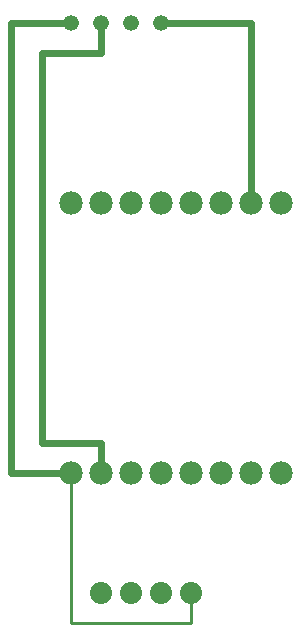
<source format=gbl>
G04 MADE WITH FRITZING*
G04 WWW.FRITZING.ORG*
G04 DOUBLE SIDED*
G04 HOLES PLATED*
G04 CONTOUR ON CENTER OF CONTOUR VECTOR*
%ASAXBY*%
%FSLAX23Y23*%
%MOIN*%
%OFA0B0*%
%SFA1.0B1.0*%
%ADD10C,0.073889*%
%ADD11C,0.052685*%
%ADD12C,0.077778*%
%ADD13C,0.024000*%
%ADD14C,0.011111*%
%LNCOPPER0*%
G90*
G70*
G54D10*
X590Y163D03*
X690Y163D03*
X790Y163D03*
X890Y163D03*
G54D11*
X789Y2063D03*
X689Y2063D03*
X589Y2063D03*
X490Y2063D03*
G54D12*
X1190Y1463D03*
X1090Y1463D03*
X990Y1463D03*
X890Y1463D03*
X790Y1463D03*
X690Y1463D03*
X590Y1463D03*
X490Y1463D03*
X490Y563D03*
X590Y563D03*
X690Y563D03*
X790Y563D03*
X890Y563D03*
X990Y563D03*
X1090Y563D03*
X1190Y563D03*
G54D13*
X588Y1964D02*
X391Y1964D01*
D02*
X589Y2039D02*
X588Y1964D01*
D02*
X391Y1964D02*
X391Y1363D01*
D02*
X391Y1363D02*
X391Y663D01*
D02*
X588Y663D02*
X589Y592D01*
D02*
X391Y663D02*
X588Y663D01*
D02*
X1090Y2062D02*
X813Y2063D01*
D02*
X1090Y1492D02*
X1090Y2062D01*
G54D14*
D02*
X889Y63D02*
X489Y63D01*
D02*
X489Y63D02*
X490Y539D01*
D02*
X889Y134D02*
X889Y63D01*
G54D13*
D02*
X466Y2063D02*
X288Y2062D01*
D02*
X288Y2062D02*
X288Y1363D01*
D02*
X288Y564D02*
X460Y563D01*
D02*
X288Y1363D02*
X288Y564D01*
G04 End of Copper0*
M02*
</source>
